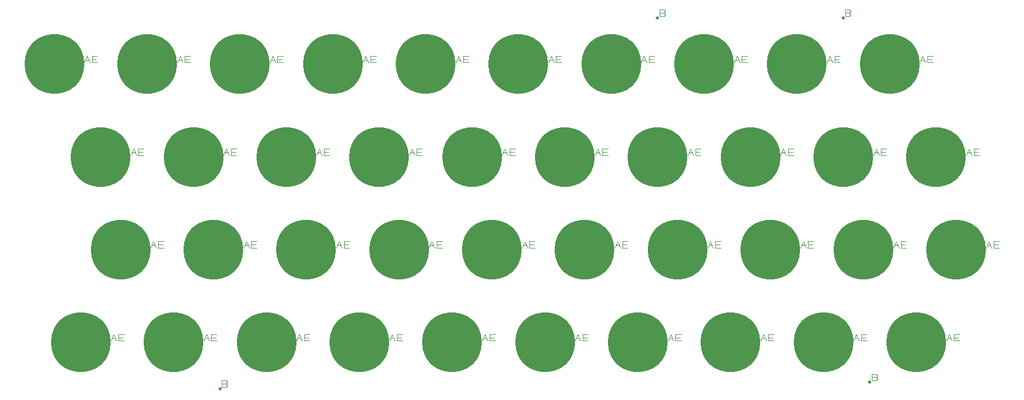
<source format=gbr>
G04 GENERATED BY PULSONIX 12.5 GERBER.DLL 9449*
G04 #@! TF.GenerationSoftware,Pulsonix,Pulsonix,12.5.9449*
G04 #@! TF.CreationDate,2024-10-04T20:16:51--1:00*
G04 #@! TF.Part,Single*
%FSLAX35Y35*%
%LPD*%
%MOMM*%
G04 #@! TF.FileFunction,Drillmap*
G04 #@! TF.FilePolarity,Positive*
G04 #@! TA.AperFunction,ViaPad*
%ADD103C,0.50000*%
G04 #@! TD.AperFunction*
%ADD104C,0.10000*%
G04 #@! TA.AperFunction,WasherPad*
%ADD105C,9.00000*%
G04 #@! TD.AperFunction*
X0Y0D02*
D02*
D103*
X4650000Y950000D03*
X11250000Y6550000D03*
X14050000D03*
X14450000Y1050000D03*
D02*
D104*
X2605000Y5874706D02*
X2646176Y5973529D01*
X2687353Y5874706D01*
X2621471Y5915882D02*
X2670882Y5915882D01*
X2718400Y5874706D02*
X2718400Y5973529D01*
X2800753D01*
X2784282Y5924118D02*
X2718400Y5924118D01*
Y5874706D02*
X2800753Y5874706D01*
X3005000Y1674706D02*
X3046176Y1773529D01*
X3087353Y1674706D01*
X3021471Y1715882D02*
X3070882Y1715882D01*
X3118400Y1674706D02*
X3118400Y1773529D01*
X3200753D01*
X3184282Y1724118D02*
X3118400Y1724118D01*
Y1674706D02*
X3200753Y1674706D01*
X3305000Y4474706D02*
X3346176Y4573529D01*
X3387353Y4474706D01*
X3321471Y4515882D02*
X3370882Y4515882D01*
X3418400Y4474706D02*
X3418400Y4573529D01*
X3500753D01*
X3484282Y4524118D02*
X3418400Y4524118D01*
Y4474706D02*
X3500753Y4474706D01*
X3605000Y3074706D02*
X3646176Y3173529D01*
X3687353Y3074706D01*
X3621471Y3115882D02*
X3670882Y3115882D01*
X3718400Y3074706D02*
X3718400Y3173529D01*
X3800753D01*
X3784282Y3124118D02*
X3718400Y3124118D01*
Y3074706D02*
X3800753Y3074706D01*
X4005000Y5874706D02*
X4046176Y5973529D01*
X4087353Y5874706D01*
X4021471Y5915882D02*
X4070882Y5915882D01*
X4118400Y5874706D02*
X4118400Y5973529D01*
X4200753D01*
X4184282Y5924118D02*
X4118400Y5924118D01*
Y5874706D02*
X4200753Y5874706D01*
X4405000Y1674706D02*
X4446176Y1773529D01*
X4487353Y1674706D01*
X4421471Y1715882D02*
X4470882Y1715882D01*
X4518400Y1674706D02*
X4518400Y1773529D01*
X4600753D01*
X4584282Y1724118D02*
X4518400Y1724118D01*
Y1674706D02*
X4600753Y1674706D01*
X4737647Y1024118D02*
X4754118Y1015882D01*
X4762353Y999412D01*
X4754118Y982941D01*
X4737647Y974706D01*
X4680000D01*
Y1073529D01*
X4737647D01*
X4754118Y1065294D01*
X4762353Y1048824D01*
X4754118Y1032353D01*
X4737647Y1024118D01*
X4680000D01*
X4705000Y4474706D02*
X4746176Y4573529D01*
X4787353Y4474706D01*
X4721471Y4515882D02*
X4770882Y4515882D01*
X4818400Y4474706D02*
X4818400Y4573529D01*
X4900753D01*
X4884282Y4524118D02*
X4818400Y4524118D01*
Y4474706D02*
X4900753Y4474706D01*
X5005000Y3074706D02*
X5046176Y3173529D01*
X5087353Y3074706D01*
X5021471Y3115882D02*
X5070882Y3115882D01*
X5118400Y3074706D02*
X5118400Y3173529D01*
X5200753D01*
X5184282Y3124118D02*
X5118400Y3124118D01*
Y3074706D02*
X5200753Y3074706D01*
X5405000Y5874706D02*
X5446176Y5973529D01*
X5487353Y5874706D01*
X5421471Y5915882D02*
X5470882Y5915882D01*
X5518400Y5874706D02*
X5518400Y5973529D01*
X5600753D01*
X5584282Y5924118D02*
X5518400Y5924118D01*
Y5874706D02*
X5600753Y5874706D01*
X5805000Y1674706D02*
X5846176Y1773529D01*
X5887353Y1674706D01*
X5821471Y1715882D02*
X5870882Y1715882D01*
X5918400Y1674706D02*
X5918400Y1773529D01*
X6000753D01*
X5984282Y1724118D02*
X5918400Y1724118D01*
Y1674706D02*
X6000753Y1674706D01*
X6105000Y4474706D02*
X6146176Y4573529D01*
X6187353Y4474706D01*
X6121471Y4515882D02*
X6170882Y4515882D01*
X6218400Y4474706D02*
X6218400Y4573529D01*
X6300753D01*
X6284282Y4524118D02*
X6218400Y4524118D01*
Y4474706D02*
X6300753Y4474706D01*
X6405000Y3074706D02*
X6446176Y3173529D01*
X6487353Y3074706D01*
X6421471Y3115882D02*
X6470882Y3115882D01*
X6518400Y3074706D02*
X6518400Y3173529D01*
X6600753D01*
X6584282Y3124118D02*
X6518400Y3124118D01*
Y3074706D02*
X6600753Y3074706D01*
X6805000Y5874706D02*
X6846176Y5973529D01*
X6887353Y5874706D01*
X6821471Y5915882D02*
X6870882Y5915882D01*
X6918400Y5874706D02*
X6918400Y5973529D01*
X7000753D01*
X6984282Y5924118D02*
X6918400Y5924118D01*
Y5874706D02*
X7000753Y5874706D01*
X7205000Y1674706D02*
X7246176Y1773529D01*
X7287353Y1674706D01*
X7221471Y1715882D02*
X7270882Y1715882D01*
X7318400Y1674706D02*
X7318400Y1773529D01*
X7400753D01*
X7384282Y1724118D02*
X7318400Y1724118D01*
Y1674706D02*
X7400753Y1674706D01*
X7505000Y4474706D02*
X7546176Y4573529D01*
X7587353Y4474706D01*
X7521471Y4515882D02*
X7570882Y4515882D01*
X7618400Y4474706D02*
X7618400Y4573529D01*
X7700753D01*
X7684282Y4524118D02*
X7618400Y4524118D01*
Y4474706D02*
X7700753Y4474706D01*
X7805000Y3074706D02*
X7846176Y3173529D01*
X7887353Y3074706D01*
X7821471Y3115882D02*
X7870882Y3115882D01*
X7918400Y3074706D02*
X7918400Y3173529D01*
X8000753D01*
X7984282Y3124118D02*
X7918400Y3124118D01*
Y3074706D02*
X8000753Y3074706D01*
X8205000Y5874706D02*
X8246176Y5973529D01*
X8287353Y5874706D01*
X8221471Y5915882D02*
X8270882Y5915882D01*
X8318400Y5874706D02*
X8318400Y5973529D01*
X8400753D01*
X8384282Y5924118D02*
X8318400Y5924118D01*
Y5874706D02*
X8400753Y5874706D01*
X8605000Y1674706D02*
X8646176Y1773529D01*
X8687353Y1674706D01*
X8621471Y1715882D02*
X8670882Y1715882D01*
X8718400Y1674706D02*
X8718400Y1773529D01*
X8800753D01*
X8784282Y1724118D02*
X8718400Y1724118D01*
Y1674706D02*
X8800753Y1674706D01*
X8905000Y4474706D02*
X8946176Y4573529D01*
X8987353Y4474706D01*
X8921471Y4515882D02*
X8970882Y4515882D01*
X9018400Y4474706D02*
X9018400Y4573529D01*
X9100753D01*
X9084282Y4524118D02*
X9018400Y4524118D01*
Y4474706D02*
X9100753Y4474706D01*
X9205000Y3074706D02*
X9246176Y3173529D01*
X9287353Y3074706D01*
X9221471Y3115882D02*
X9270882Y3115882D01*
X9318400Y3074706D02*
X9318400Y3173529D01*
X9400753D01*
X9384282Y3124118D02*
X9318400Y3124118D01*
Y3074706D02*
X9400753Y3074706D01*
X9605000Y5874706D02*
X9646176Y5973529D01*
X9687353Y5874706D01*
X9621471Y5915882D02*
X9670882Y5915882D01*
X9718400Y5874706D02*
X9718400Y5973529D01*
X9800753D01*
X9784282Y5924118D02*
X9718400Y5924118D01*
Y5874706D02*
X9800753Y5874706D01*
X10005000Y1674706D02*
X10046176Y1773529D01*
X10087353Y1674706D01*
X10021471Y1715882D02*
X10070882Y1715882D01*
X10118400Y1674706D02*
X10118400Y1773529D01*
X10200753D01*
X10184282Y1724118D02*
X10118400Y1724118D01*
Y1674706D02*
X10200753Y1674706D01*
X10305000Y4474706D02*
X10346176Y4573529D01*
X10387353Y4474706D01*
X10321471Y4515882D02*
X10370882Y4515882D01*
X10418400Y4474706D02*
X10418400Y4573529D01*
X10500753D01*
X10484282Y4524118D02*
X10418400Y4524118D01*
Y4474706D02*
X10500753Y4474706D01*
X10605000Y3074706D02*
X10646176Y3173529D01*
X10687353Y3074706D01*
X10621471Y3115882D02*
X10670882Y3115882D01*
X10718400Y3074706D02*
X10718400Y3173529D01*
X10800753D01*
X10784282Y3124118D02*
X10718400Y3124118D01*
Y3074706D02*
X10800753Y3074706D01*
X11005000Y5874706D02*
X11046176Y5973529D01*
X11087353Y5874706D01*
X11021471Y5915882D02*
X11070882Y5915882D01*
X11118400Y5874706D02*
X11118400Y5973529D01*
X11200753D01*
X11184282Y5924118D02*
X11118400Y5924118D01*
Y5874706D02*
X11200753Y5874706D01*
X11337647Y6624118D02*
X11354118Y6615882D01*
X11362353Y6599412D01*
X11354118Y6582941D01*
X11337647Y6574706D01*
X11280000D01*
Y6673529D01*
X11337647D01*
X11354118Y6665294D01*
X11362353Y6648824D01*
X11354118Y6632353D01*
X11337647Y6624118D01*
X11280000D01*
X11405000Y1674706D02*
X11446176Y1773529D01*
X11487353Y1674706D01*
X11421471Y1715882D02*
X11470882Y1715882D01*
X11518400Y1674706D02*
X11518400Y1773529D01*
X11600753D01*
X11584282Y1724118D02*
X11518400Y1724118D01*
Y1674706D02*
X11600753Y1674706D01*
X11705000Y4474706D02*
X11746176Y4573529D01*
X11787353Y4474706D01*
X11721471Y4515882D02*
X11770882Y4515882D01*
X11818400Y4474706D02*
X11818400Y4573529D01*
X11900753D01*
X11884282Y4524118D02*
X11818400Y4524118D01*
Y4474706D02*
X11900753Y4474706D01*
X12005000Y3074706D02*
X12046176Y3173529D01*
X12087353Y3074706D01*
X12021471Y3115882D02*
X12070882Y3115882D01*
X12118400Y3074706D02*
X12118400Y3173529D01*
X12200753D01*
X12184282Y3124118D02*
X12118400Y3124118D01*
Y3074706D02*
X12200753Y3074706D01*
X12405000Y5874706D02*
X12446176Y5973529D01*
X12487353Y5874706D01*
X12421471Y5915882D02*
X12470882Y5915882D01*
X12518400Y5874706D02*
X12518400Y5973529D01*
X12600753D01*
X12584282Y5924118D02*
X12518400Y5924118D01*
Y5874706D02*
X12600753Y5874706D01*
X12805000Y1674706D02*
X12846176Y1773529D01*
X12887353Y1674706D01*
X12821471Y1715882D02*
X12870882Y1715882D01*
X12918400Y1674706D02*
X12918400Y1773529D01*
X13000753D01*
X12984282Y1724118D02*
X12918400Y1724118D01*
Y1674706D02*
X13000753Y1674706D01*
X13105000Y4474706D02*
X13146176Y4573529D01*
X13187353Y4474706D01*
X13121471Y4515882D02*
X13170882Y4515882D01*
X13218400Y4474706D02*
X13218400Y4573529D01*
X13300753D01*
X13284282Y4524118D02*
X13218400Y4524118D01*
Y4474706D02*
X13300753Y4474706D01*
X13405000Y3074706D02*
X13446176Y3173529D01*
X13487353Y3074706D01*
X13421471Y3115882D02*
X13470882Y3115882D01*
X13518400Y3074706D02*
X13518400Y3173529D01*
X13600753D01*
X13584282Y3124118D02*
X13518400Y3124118D01*
Y3074706D02*
X13600753Y3074706D01*
X13805000Y5874706D02*
X13846176Y5973529D01*
X13887353Y5874706D01*
X13821471Y5915882D02*
X13870882Y5915882D01*
X13918400Y5874706D02*
X13918400Y5973529D01*
X14000753D01*
X13984282Y5924118D02*
X13918400Y5924118D01*
Y5874706D02*
X14000753Y5874706D01*
X14137647Y6624118D02*
X14154118Y6615882D01*
X14162353Y6599412D01*
X14154118Y6582941D01*
X14137647Y6574706D01*
X14080000D01*
Y6673529D01*
X14137647D01*
X14154118Y6665294D01*
X14162353Y6648824D01*
X14154118Y6632353D01*
X14137647Y6624118D01*
X14080000D01*
X14205000Y1674706D02*
X14246176Y1773529D01*
X14287353Y1674706D01*
X14221471Y1715882D02*
X14270882Y1715882D01*
X14318400Y1674706D02*
X14318400Y1773529D01*
X14400753D01*
X14384282Y1724118D02*
X14318400Y1724118D01*
Y1674706D02*
X14400753Y1674706D01*
X14537647Y1124118D02*
X14554118Y1115882D01*
X14562353Y1099412D01*
X14554118Y1082941D01*
X14537647Y1074706D01*
X14480000D01*
Y1173529D01*
X14537647D01*
X14554118Y1165294D01*
X14562353Y1148824D01*
X14554118Y1132353D01*
X14537647Y1124118D01*
X14480000D01*
X14505000Y4474706D02*
X14546176Y4573529D01*
X14587353Y4474706D01*
X14521471Y4515882D02*
X14570882Y4515882D01*
X14618400Y4474706D02*
X14618400Y4573529D01*
X14700753D01*
X14684282Y4524118D02*
X14618400Y4524118D01*
Y4474706D02*
X14700753Y4474706D01*
X14805000Y3074706D02*
X14846176Y3173529D01*
X14887353Y3074706D01*
X14821471Y3115882D02*
X14870882Y3115882D01*
X14918400Y3074706D02*
X14918400Y3173529D01*
X15000753D01*
X14984282Y3124118D02*
X14918400Y3124118D01*
Y3074706D02*
X15000753Y3074706D01*
X15205000Y5874706D02*
X15246176Y5973529D01*
X15287353Y5874706D01*
X15221471Y5915882D02*
X15270882Y5915882D01*
X15318400Y5874706D02*
X15318400Y5973529D01*
X15400753D01*
X15384282Y5924118D02*
X15318400Y5924118D01*
Y5874706D02*
X15400753Y5874706D01*
X15605000Y1674706D02*
X15646176Y1773529D01*
X15687353Y1674706D01*
X15621471Y1715882D02*
X15670882Y1715882D01*
X15718400Y1674706D02*
X15718400Y1773529D01*
X15800753D01*
X15784282Y1724118D02*
X15718400Y1724118D01*
Y1674706D02*
X15800753Y1674706D01*
X15905000Y4474706D02*
X15946176Y4573529D01*
X15987353Y4474706D01*
X15921471Y4515882D02*
X15970882Y4515882D01*
X16018400Y4474706D02*
X16018400Y4573529D01*
X16100753D01*
X16084282Y4524118D02*
X16018400Y4524118D01*
Y4474706D02*
X16100753Y4474706D01*
X16205000Y3074706D02*
X16246176Y3173529D01*
X16287353Y3074706D01*
X16221471Y3115882D02*
X16270882Y3115882D01*
X16318400Y3074706D02*
X16318400Y3173529D01*
X16400753D01*
X16384282Y3124118D02*
X16318400Y3124118D01*
Y3074706D02*
X16400753Y3074706D01*
D02*
D105*
X2150000Y5850000D03*
X2550000Y1650000D03*
X2850000Y4450000D03*
X3150000Y3050000D03*
X3550000Y5850000D03*
X3950000Y1650000D03*
X4250000Y4450000D03*
X4550000Y3050000D03*
X4950000Y5850000D03*
X5350000Y1650000D03*
X5650000Y4450000D03*
X5950000Y3050000D03*
X6350000Y5850000D03*
X6750000Y1650000D03*
X7050000Y4450000D03*
X7350000Y3050000D03*
X7750000Y5850000D03*
X8150000Y1650000D03*
X8450000Y4450000D03*
X8750000Y3050000D03*
X9150000Y5850000D03*
X9550000Y1650000D03*
X9850000Y4450000D03*
X10150000Y3050000D03*
X10550000Y5850000D03*
X10950000Y1650000D03*
X11250000Y4450000D03*
X11550000Y3050000D03*
X11950000Y5850000D03*
X12350000Y1650000D03*
X12650000Y4450000D03*
X12950000Y3050000D03*
X13350000Y5850000D03*
X13750000Y1650000D03*
X14050000Y4450000D03*
X14350000Y3050000D03*
X14750000Y5850000D03*
X15150000Y1650000D03*
X15450000Y4450000D03*
X15750000Y3050000D03*
X0Y0D02*
M02*

</source>
